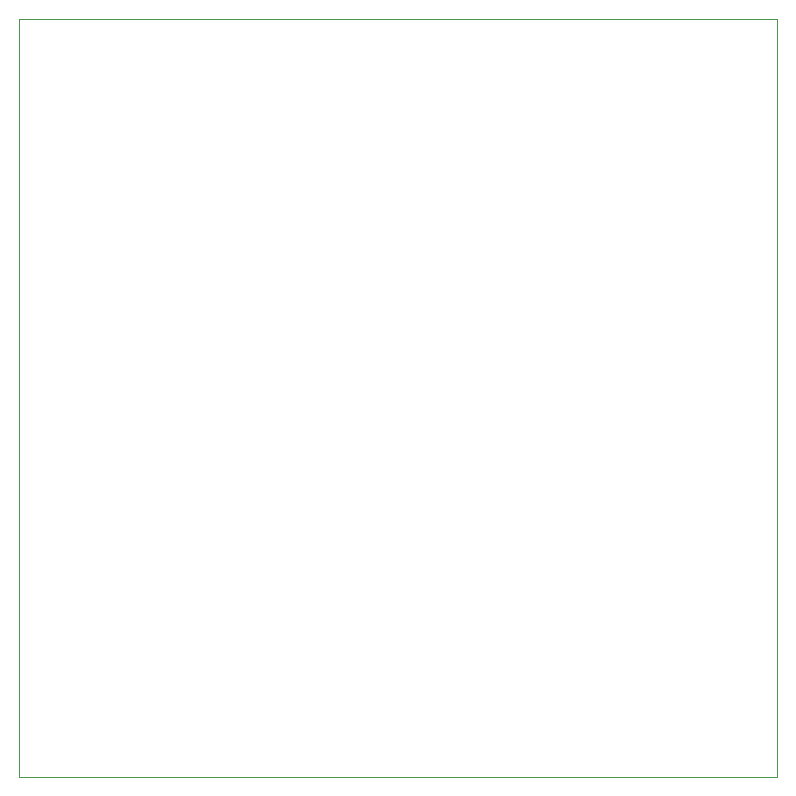
<source format=gbr>
G04 #@! TF.GenerationSoftware,KiCad,Pcbnew,5.1.5+dfsg1-2build2*
G04 #@! TF.CreationDate,2021-09-03T17:34:21+08:00*
G04 #@! TF.ProjectId,lattice_screen,6c617474-6963-4655-9f73-637265656e2e,rev?*
G04 #@! TF.SameCoordinates,Original*
G04 #@! TF.FileFunction,Profile,NP*
%FSLAX46Y46*%
G04 Gerber Fmt 4.6, Leading zero omitted, Abs format (unit mm)*
G04 Created by KiCad (PCBNEW 5.1.5+dfsg1-2build2) date 2021-09-03 17:34:21*
%MOMM*%
%LPD*%
G04 APERTURE LIST*
%ADD10C,0.050000*%
G04 APERTURE END LIST*
D10*
X103962200Y-128143000D02*
X103962200Y-63957200D01*
X168148000Y-128143000D02*
X103962200Y-128143000D01*
X168148000Y-63957200D02*
X168148000Y-128143000D01*
X103962200Y-63957200D02*
X168148000Y-63957200D01*
M02*

</source>
